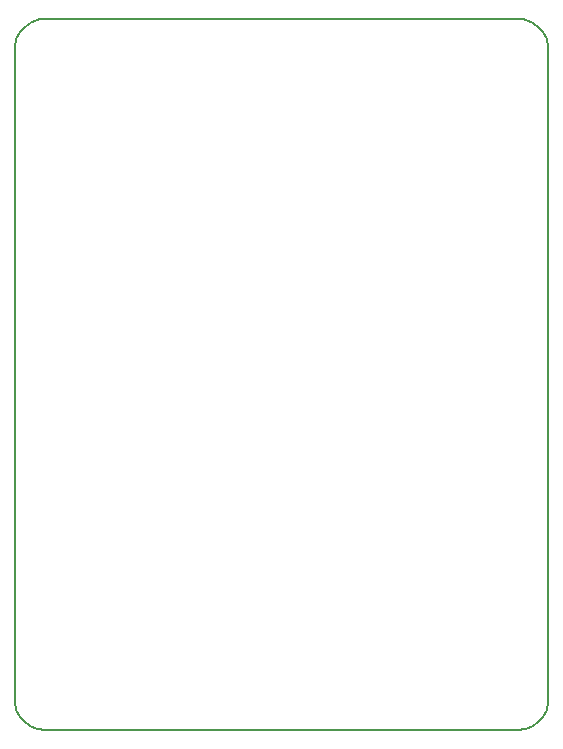
<source format=gbr>
G04 (created by PCBNEW-RS274X (2012-apr-16-27)-stable) date Mon 12 May 2014 12:41:31 BST*
G01*
G70*
G90*
%MOIN*%
G04 Gerber Fmt 3.4, Leading zero omitted, Abs format*
%FSLAX34Y34*%
G04 APERTURE LIST*
%ADD10C,0.006000*%
%ADD11C,0.007900*%
G04 APERTURE END LIST*
G54D10*
G54D11*
X74961Y-24488D02*
X59213Y-24488D01*
X75984Y-25591D02*
X75984Y-25512D01*
X75985Y-25512D02*
X75981Y-25423D01*
X75969Y-25335D01*
X75950Y-25247D01*
X75923Y-25162D01*
X75889Y-25080D01*
X75847Y-25001D01*
X75799Y-24925D01*
X75745Y-24854D01*
X75685Y-24788D01*
X75619Y-24728D01*
X75548Y-24674D01*
X75473Y-24626D01*
X75393Y-24584D01*
X75311Y-24550D01*
X75226Y-24523D01*
X75138Y-24504D01*
X75050Y-24492D01*
X74961Y-24488D01*
X58189Y-25591D02*
X58189Y-25512D01*
X59213Y-24488D02*
X59124Y-24492D01*
X59036Y-24504D01*
X58948Y-24523D01*
X58863Y-24550D01*
X58781Y-24584D01*
X58702Y-24626D01*
X58626Y-24674D01*
X58555Y-24728D01*
X58489Y-24788D01*
X58429Y-24854D01*
X58375Y-24925D01*
X58327Y-25001D01*
X58285Y-25080D01*
X58251Y-25162D01*
X58224Y-25247D01*
X58205Y-25335D01*
X58193Y-25423D01*
X58189Y-25512D01*
X58189Y-25591D02*
X58189Y-47165D01*
X75984Y-47165D02*
X75984Y-25591D01*
X59213Y-48189D02*
X74961Y-48189D01*
X58189Y-47165D02*
X58193Y-47254D01*
X58205Y-47342D01*
X58224Y-47430D01*
X58251Y-47515D01*
X58285Y-47597D01*
X58327Y-47676D01*
X58375Y-47752D01*
X58429Y-47823D01*
X58489Y-47889D01*
X58555Y-47949D01*
X58626Y-48003D01*
X58702Y-48051D01*
X58781Y-48093D01*
X58863Y-48127D01*
X58948Y-48154D01*
X59036Y-48173D01*
X59124Y-48185D01*
X59213Y-48189D01*
X74961Y-48188D02*
X75050Y-48184D01*
X75138Y-48172D01*
X75225Y-48153D01*
X75310Y-48126D01*
X75393Y-48092D01*
X75472Y-48050D01*
X75547Y-48002D01*
X75618Y-47948D01*
X75684Y-47888D01*
X75744Y-47822D01*
X75798Y-47751D01*
X75846Y-47676D01*
X75888Y-47597D01*
X75922Y-47514D01*
X75949Y-47429D01*
X75968Y-47342D01*
X75980Y-47254D01*
X75984Y-47165D01*
M02*

</source>
